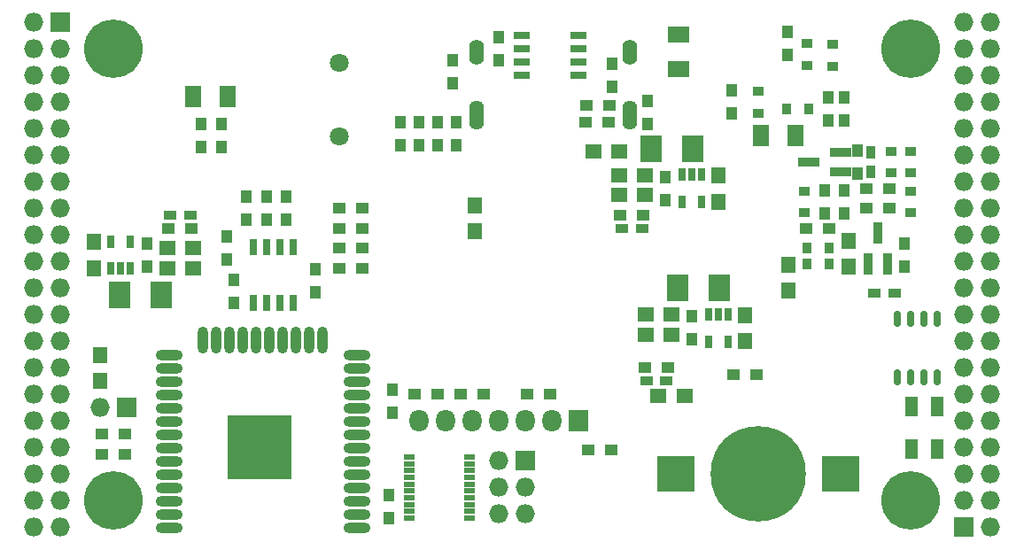
<source format=gbs>
G04 #@! TF.FileFunction,Soldermask,Bot*
%FSLAX46Y46*%
G04 Gerber Fmt 4.6, Leading zero omitted, Abs format (unit mm)*
G04 Created by KiCad (PCBNEW 4.0.6+dfsg1-1) date Fri Sep 22 15:52:52 2017*
%MOMM*%
%LPD*%
G01*
G04 APERTURE LIST*
%ADD10C,0.100000*%
%ADD11R,1.000000X1.300000*%
%ADD12R,2.132000X1.624000*%
%ADD13R,2.100000X2.600000*%
%ADD14R,0.800000X1.300000*%
%ADD15R,1.350000X1.600000*%
%ADD16R,1.600000X1.350000*%
%ADD17R,1.624000X2.132000*%
%ADD18O,0.709600X1.573200*%
%ADD19R,0.900000X1.000000*%
%ADD20R,1.000000X0.900000*%
%ADD21R,0.900000X2.000000*%
%ADD22R,2.000000X0.900000*%
%ADD23R,1.300000X0.850000*%
%ADD24R,0.850000X1.300000*%
%ADD25R,1.300000X1.000000*%
%ADD26O,1.400000X2.800000*%
%ADD27O,1.400000X2.400000*%
%ADD28R,0.700000X1.650000*%
%ADD29R,1.650000X0.700000*%
%ADD30O,2.600000X1.000000*%
%ADD31O,1.000000X2.600000*%
%ADD32R,6.100000X6.100000*%
%ADD33R,1.827200X1.827200*%
%ADD34O,1.827200X1.827200*%
%ADD35C,5.600000*%
%ADD36R,1.100000X0.500000*%
%ADD37R,1.300000X1.900000*%
%ADD38R,1.827200X2.132000*%
%ADD39O,1.827200X2.132000*%
%ADD40R,3.600000X3.400000*%
%ADD41C,9.100000*%
%ADD42C,1.800000*%
G04 APERTURE END LIST*
D10*
D11*
X154044000Y-72426000D03*
X154044000Y-70226000D03*
D12*
X156965000Y-67135000D03*
X156965000Y-63833000D03*
D13*
X160870000Y-88090000D03*
X156870000Y-88090000D03*
D14*
X159825000Y-90600000D03*
X160775000Y-90600000D03*
X161725000Y-90600000D03*
X161725000Y-93200000D03*
X159825000Y-93200000D03*
D13*
X158330000Y-74755000D03*
X154330000Y-74755000D03*
D14*
X157285000Y-77235000D03*
X158235000Y-77235000D03*
X159185000Y-77235000D03*
X159185000Y-79835000D03*
X157285000Y-79835000D03*
D13*
X103530000Y-88725000D03*
X107530000Y-88725000D03*
D14*
X104575000Y-86215000D03*
X103625000Y-86215000D03*
X102675000Y-86215000D03*
X102675000Y-83615000D03*
X104575000Y-83615000D03*
D15*
X101085000Y-83665000D03*
X101085000Y-86165000D03*
D16*
X153810000Y-90630000D03*
X156310000Y-90630000D03*
X153810000Y-92535000D03*
X156310000Y-92535000D03*
D15*
X163315000Y-93150000D03*
X163315000Y-90650000D03*
D16*
X151270000Y-79200000D03*
X153770000Y-79200000D03*
X151270000Y-77295000D03*
X153770000Y-77295000D03*
D15*
X160775000Y-79815000D03*
X160775000Y-77315000D03*
D16*
X110590000Y-84280000D03*
X108090000Y-84280000D03*
X110590000Y-86185000D03*
X108090000Y-86185000D03*
D17*
X110610000Y-69802000D03*
X113912000Y-69802000D03*
X168141000Y-73485000D03*
X164839000Y-73485000D03*
D18*
X181730000Y-96599000D03*
X180460000Y-96599000D03*
X179190000Y-96599000D03*
X177920000Y-96599000D03*
X177920000Y-91011000D03*
X179190000Y-91011000D03*
X180460000Y-91011000D03*
X181730000Y-91011000D03*
D15*
X173221000Y-86038000D03*
X173221000Y-83538000D03*
D19*
X169250000Y-84280000D03*
X171350000Y-84280000D03*
D20*
X179190000Y-80885000D03*
X179190000Y-78785000D03*
X177285000Y-74975000D03*
X177285000Y-77075000D03*
X169030000Y-80885000D03*
X169030000Y-78785000D03*
D21*
X176965000Y-85780000D03*
X175065000Y-85780000D03*
X176015000Y-82780000D03*
D22*
X172435000Y-75075000D03*
X172435000Y-76975000D03*
X169435000Y-76025000D03*
D23*
X153910000Y-96910000D03*
X155810000Y-96910000D03*
X151570000Y-82375000D03*
X153470000Y-82375000D03*
X110290000Y-81105000D03*
X108390000Y-81105000D03*
D24*
X175380000Y-75075000D03*
X175380000Y-76975000D03*
D25*
X169200000Y-82375000D03*
X171400000Y-82375000D03*
D11*
X172840000Y-80935000D03*
X172840000Y-78735000D03*
D25*
X177115000Y-80470000D03*
X174915000Y-80470000D03*
D11*
X174110000Y-74925000D03*
X174110000Y-77125000D03*
X178555000Y-83815000D03*
X178555000Y-86015000D03*
X113785000Y-83180000D03*
X113785000Y-85380000D03*
X170935000Y-80935000D03*
X170935000Y-78735000D03*
X129280000Y-107900000D03*
X129280000Y-110100000D03*
D25*
X150572000Y-103584000D03*
X148372000Y-103584000D03*
X177115000Y-78565000D03*
X174915000Y-78565000D03*
X153760000Y-95640000D03*
X155960000Y-95640000D03*
X110440000Y-82375000D03*
X108240000Y-82375000D03*
X151420000Y-81105000D03*
X153620000Y-81105000D03*
D11*
X158235000Y-90800000D03*
X158235000Y-93000000D03*
X106165000Y-86015000D03*
X106165000Y-83815000D03*
X155695000Y-77465000D03*
X155695000Y-79665000D03*
D25*
X126782000Y-86185000D03*
X124582000Y-86185000D03*
X126782000Y-84279000D03*
X124582000Y-84279000D03*
X126782000Y-82375000D03*
X124582000Y-82375000D03*
X126782000Y-80470000D03*
X124582000Y-80470000D03*
D11*
X130422000Y-74458000D03*
X130422000Y-72258000D03*
X132200000Y-74458000D03*
X132200000Y-72258000D03*
X133978000Y-74458000D03*
X133978000Y-72258000D03*
X135756000Y-74458000D03*
X135756000Y-72258000D03*
D26*
X152280000Y-71550000D03*
X137680000Y-71550000D03*
D27*
X137680000Y-65500000D03*
X152280000Y-65500000D03*
D28*
X116325000Y-84120000D03*
X117595000Y-84120000D03*
X118865000Y-84120000D03*
X120135000Y-84120000D03*
X120135000Y-89520000D03*
X118865000Y-89520000D03*
X117595000Y-89520000D03*
X116325000Y-89520000D03*
D23*
X175700000Y-88598000D03*
X177600000Y-88598000D03*
D29*
X141980000Y-67705000D03*
X141980000Y-66435000D03*
X141980000Y-65165000D03*
X141980000Y-63895000D03*
X147380000Y-63895000D03*
X147380000Y-65165000D03*
X147380000Y-66435000D03*
X147380000Y-67705000D03*
D19*
X171350000Y-85804000D03*
X169250000Y-85804000D03*
D20*
X179190000Y-77075000D03*
X179190000Y-74975000D03*
D30*
X126260434Y-111030338D03*
X126260434Y-109760338D03*
X126260434Y-108490338D03*
X126260434Y-107220338D03*
X126260434Y-105950338D03*
X126260434Y-104680338D03*
X126260434Y-103410338D03*
X126260434Y-102140338D03*
X126260434Y-100870338D03*
X126260434Y-99600338D03*
X126260434Y-98330338D03*
X126260434Y-97060338D03*
X126260434Y-95790338D03*
X126260434Y-94520338D03*
D31*
X122975434Y-93030338D03*
X121705434Y-93030338D03*
X120435434Y-93030338D03*
X119165434Y-93030338D03*
X117895434Y-93030338D03*
X116625434Y-93030338D03*
X115355434Y-93030338D03*
X114085434Y-93030338D03*
X112815434Y-93030338D03*
X111545434Y-93030338D03*
D30*
X108260434Y-94520338D03*
X108260434Y-95790338D03*
X108260434Y-97060338D03*
X108260434Y-98330338D03*
X108260434Y-99600338D03*
X108260434Y-100870338D03*
X108260434Y-102140338D03*
X108260434Y-103410338D03*
X108260434Y-104680338D03*
X108260434Y-105950338D03*
X108260434Y-107220338D03*
X108260434Y-108490338D03*
X108260434Y-109760338D03*
X108260434Y-111030338D03*
D32*
X116960434Y-103330338D03*
D33*
X97910000Y-62690000D03*
D34*
X95370000Y-62690000D03*
X97910000Y-65230000D03*
X95370000Y-65230000D03*
X97910000Y-67770000D03*
X95370000Y-67770000D03*
X97910000Y-70310000D03*
X95370000Y-70310000D03*
X97910000Y-72850000D03*
X95370000Y-72850000D03*
X97910000Y-75390000D03*
X95370000Y-75390000D03*
X97910000Y-77930000D03*
X95370000Y-77930000D03*
X97910000Y-80470000D03*
X95370000Y-80470000D03*
X97910000Y-83010000D03*
X95370000Y-83010000D03*
X97910000Y-85550000D03*
X95370000Y-85550000D03*
X97910000Y-88090000D03*
X95370000Y-88090000D03*
X97910000Y-90630000D03*
X95370000Y-90630000D03*
X97910000Y-93170000D03*
X95370000Y-93170000D03*
X97910000Y-95710000D03*
X95370000Y-95710000D03*
X97910000Y-98250000D03*
X95370000Y-98250000D03*
X97910000Y-100790000D03*
X95370000Y-100790000D03*
X97910000Y-103330000D03*
X95370000Y-103330000D03*
X97910000Y-105870000D03*
X95370000Y-105870000D03*
X97910000Y-108410000D03*
X95370000Y-108410000D03*
X97910000Y-110950000D03*
X95370000Y-110950000D03*
D33*
X184270000Y-110950000D03*
D34*
X186810000Y-110950000D03*
X184270000Y-108410000D03*
X186810000Y-108410000D03*
X184270000Y-105870000D03*
X186810000Y-105870000D03*
X184270000Y-103330000D03*
X186810000Y-103330000D03*
X184270000Y-100790000D03*
X186810000Y-100790000D03*
X184270000Y-98250000D03*
X186810000Y-98250000D03*
X184270000Y-95710000D03*
X186810000Y-95710000D03*
X184270000Y-93170000D03*
X186810000Y-93170000D03*
X184270000Y-90630000D03*
X186810000Y-90630000D03*
X184270000Y-88090000D03*
X186810000Y-88090000D03*
X184270000Y-85550000D03*
X186810000Y-85550000D03*
X184270000Y-83010000D03*
X186810000Y-83010000D03*
X184270000Y-80470000D03*
X186810000Y-80470000D03*
X184270000Y-77930000D03*
X186810000Y-77930000D03*
X184270000Y-75390000D03*
X186810000Y-75390000D03*
X184270000Y-72850000D03*
X186810000Y-72850000D03*
X184270000Y-70310000D03*
X186810000Y-70310000D03*
X184270000Y-67770000D03*
X186810000Y-67770000D03*
X184270000Y-65230000D03*
X186810000Y-65230000D03*
X184270000Y-62690000D03*
X186810000Y-62690000D03*
D35*
X102990000Y-108410000D03*
X179190000Y-108410000D03*
X179190000Y-65230000D03*
X102990000Y-65230000D03*
D19*
X167345000Y-70945000D03*
X169445000Y-70945000D03*
D20*
X164585000Y-69260000D03*
X164585000Y-71360000D03*
D11*
X162045000Y-71410000D03*
X162045000Y-69210000D03*
X139820000Y-66330000D03*
X139820000Y-64130000D03*
X135375000Y-68532000D03*
X135375000Y-66332000D03*
X150615000Y-68870000D03*
X150615000Y-66670000D03*
D25*
X150275000Y-72215000D03*
X148075000Y-72215000D03*
X150380000Y-70600000D03*
X148180000Y-70600000D03*
D36*
X137005000Y-104215000D03*
X137005000Y-104865000D03*
X137005000Y-105515000D03*
X137005000Y-106165000D03*
X137005000Y-106815000D03*
X137005000Y-107465000D03*
X137005000Y-108115000D03*
X137005000Y-108765000D03*
X137005000Y-109415000D03*
X137005000Y-110065000D03*
X131205000Y-110065000D03*
X131205000Y-109415000D03*
X131205000Y-108765000D03*
X131205000Y-108115000D03*
X131205000Y-107465000D03*
X131205000Y-106815000D03*
X131205000Y-106165000D03*
X131205000Y-105515000D03*
X131205000Y-104865000D03*
X131205000Y-104215000D03*
D11*
X119500000Y-79370000D03*
X119500000Y-81570000D03*
X114480000Y-89500000D03*
X114480000Y-87300000D03*
X129660000Y-99985000D03*
X129660000Y-97785000D03*
X117595000Y-79370000D03*
X117595000Y-81570000D03*
X122280000Y-86300000D03*
X122280000Y-88500000D03*
X115690000Y-79370000D03*
X115690000Y-81570000D03*
D25*
X144730000Y-98250000D03*
X142530000Y-98250000D03*
X138380000Y-98250000D03*
X136180000Y-98250000D03*
X133935000Y-98250000D03*
X131735000Y-98250000D03*
X101890000Y-103965000D03*
X104090000Y-103965000D03*
D37*
X179260000Y-99425000D03*
X179260000Y-103425000D03*
X181660000Y-103425000D03*
X181660000Y-99425000D03*
D33*
X104260000Y-99520000D03*
D34*
X101720000Y-99520000D03*
D25*
X101890000Y-102060000D03*
X104090000Y-102060000D03*
D15*
X167506000Y-88324000D03*
X167506000Y-85824000D03*
D25*
X164415000Y-96345000D03*
X162215000Y-96345000D03*
D11*
X167379000Y-65822000D03*
X167379000Y-63622000D03*
D33*
X142360000Y-104600000D03*
D34*
X139820000Y-104600000D03*
X142360000Y-107140000D03*
X139820000Y-107140000D03*
X142360000Y-109680000D03*
X139820000Y-109680000D03*
D16*
X155030000Y-98400000D03*
X157530000Y-98400000D03*
D15*
X137480000Y-82650000D03*
X137480000Y-80150000D03*
D16*
X151330000Y-75000000D03*
X148830000Y-75000000D03*
D15*
X101720000Y-94460000D03*
X101720000Y-96960000D03*
D11*
X113277000Y-74585000D03*
X113277000Y-72385000D03*
X111372000Y-74585000D03*
X111372000Y-72385000D03*
D20*
X169284000Y-66788000D03*
X169284000Y-64688000D03*
X171697000Y-66881000D03*
X171697000Y-64781000D03*
D11*
X172840000Y-72045000D03*
X172840000Y-69845000D03*
X171316000Y-72045000D03*
X171316000Y-69845000D03*
D38*
X147440000Y-100790000D03*
D39*
X144900000Y-100790000D03*
X142360000Y-100790000D03*
X139820000Y-100790000D03*
X137280000Y-100790000D03*
X134740000Y-100790000D03*
X132200000Y-100790000D03*
D40*
X172485000Y-105870000D03*
X156685000Y-105870000D03*
D41*
X164585000Y-105870000D03*
D42*
X124580000Y-66540000D03*
X124580000Y-73540000D03*
M02*

</source>
